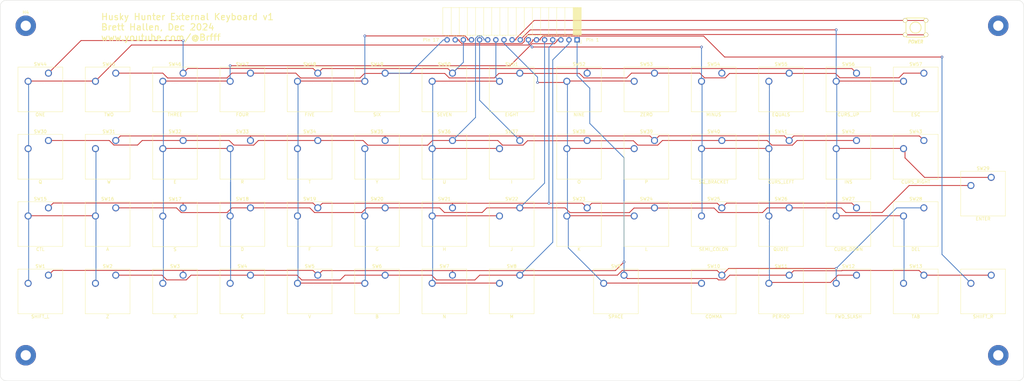
<source format=kicad_pcb>
(kicad_pcb (version 20240108) (generator "pcbnew") (generator_version "8.0")
  (title_block (title "Husky Hunter External Keyboard") (date "27-Dec-2024") (rev "v1") (company "Brett Hallen") (comment 1 "www.youtube.com/@Brfff"))
  (layers (0 "F.Cu" signal) (31 "B.Cu" signal) (34 "B.Paste" user) (35 "F.Paste" user) (36 "B.SilkS" user "B.Silkscreen") (37 "F.SilkS" user "F.Silkscreen") (38 "B.Mask" user) (39 "F.Mask" user) (44 "Edge.Cuts" user))
  (net 0 "")
  (net 1 "Pin9")
  (net 2 "Pin15")
  (net 3 "Pin6")
  (net 4 "Pin10")
  (net 5 "Pin12")
  (net 6 "Pin4")
  (net 7 "Pin17")
  (net 8 "Pin3")
  (net 9 "Pin8")
  (net 10 "Pin7")
  (net 11 "Pin14")
  (net 12 "Pin13")
  (net 13 "Pin2")
  (net 14 "Pin11")
  (net 15 "Pin5")
  (net 16 "Pin1")
  (net 17 "Pin16")
  (footprint "Button_Switch_Keyboard:SW_Cherry_MX_1.00u_PCB" (layer "F.Cu") (at 144.6392 167.5243)
    (property "Reference" "SW5")
    (property "Value" "V")
  )
  (footprint "Button_Switch_Keyboard:SW_Cherry_MX_1.00u_PCB" (layer "F.Cu") (at 291.9892 167.5243)
    (property "Reference" "SW11")
    (property "Value" "PERIOD")
  )
  (footprint "Button_Switch_Keyboard:SW_Cherry_MX_1.00u_PCB" (layer "F.Cu") (at 334.0892 167.5243)
    (property "Reference" "SW13")
    (property "Value" "TAB")
  )
  (footprint "Button_Switch_Keyboard:SW_Cherry_MX_1.00u_PCB" (layer "F.Cu") (at 102.5392 104.3743)
    (property "Reference" "SW46")
    (property "Value" "THREE")
  )
  (footprint "Button_Switch_Keyboard:SW_Cherry_MX_1.00u_PCB" (layer "F.Cu") (at 81.4892 125.4243)
    (property "Reference" "SW31")
    (property "Value" "W")
  )
  (footprint "MountingHole:MountingHole_3.2mm_M3_Pad" (layer "F.Cu") (at 357.3492 89.5543)
    (property "Reference" "H1" (hide yes))
    (property "Value" "MountingHole" (hide yes))
  )
  (footprint "Button_Switch_Keyboard:SW_Cherry_MX_1.00u_PCB" (layer "F.Cu") (at 81.4892 167.5243)
    (property "Reference" "SW2")
    (property "Value" "Z")
  )
  (footprint "Button_Switch_Keyboard:SW_Cherry_MX_1.00u_PCB" (layer "F.Cu") (at 207.7892 146.4743)
    (property "Reference" "SW22")
    (property "Value" "J")
  )
  (footprint "Button_Switch_Keyboard:SW_Cherry_MX_1.00u_PCB" (layer "F.Cu") (at 186.7392 167.5243)
    (property "Reference" "SW7")
    (property "Value" "N")
  )
  (footprint "Button_Switch_Keyboard:SW_Cherry_MX_1.00u_PCB" (layer "F.Cu") (at 270.9392 146.4743)
    (property "Reference" "SW25")
    (property "Value" "SEMI_COLON")
  )
  (footprint "Button_Switch_Keyboard:SW_Cherry_MX_1.00u_PCB" (layer "F.Cu") (at 102.5392 125.4243)
    (property "Reference" "SW32")
    (property "Value" "E")
  )
  (footprint "Button_Switch_Keyboard:SW_Cherry_MX_1.00u_PCB" (layer "F.Cu") (at 81.4892 146.4743)
    (property "Reference" "SW16")
    (property "Value" "A")
  )
  (footprint "Button_Switch_Keyboard:SW_Cherry_MX_1.00u_PCB" (layer "F.Cu") (at 249.8892 104.3743)
    (property "Reference" "SW53")
    (property "Value" "ZERO")
  )
  (footprint "Button_Switch_Keyboard:SW_Cherry_MX_1.00u_PCB" (layer "F.Cu") (at 291.9892 104.3743)
    (property "Reference" "SW55")
    (property "Value" "EQUALS")
  )
  (footprint "Button_Switch_Keyboard:SW_Cherry_MX_1.00u_PCB" (layer "F.Cu") (at 123.5892 167.5243)
    (property "Reference" "SW4")
    (property "Value" "C")
  )
  (footprint "MountingHole:MountingHole_3.2mm_M3_Pad" (layer "F.Cu") (at 357.3492 192.5543)
    (property "Reference" "H2" (hide yes))
    (property "Value" "MountingHole" (hide yes))
  )
  (footprint "Connector_PinSocket_2.54mm:PinSocket_1x17_P2.54mm_Horizontal" (layer "F.Cu") (at 225.6992 93.9543 -90)
    (property "Reference" "J1" (hide yes))
    (property "Value" "Conn_01x17_Socket" (hide yes))
  )
  (footprint "Button_Switch_Keyboard:SW_Cherry_MX_1.00u_PCB" (layer "F.Cu") (at 228.8392 104.3743)
    (property "Reference" "SW52")
    (property "Value" "NINE")
  )
  (footprint "Button_Switch_Keyboard:SW_Cherry_MX_1.00u_PCB" (layer "F.Cu") (at 81.4892 104.3743)
    (property "Reference" "SW45")
    (property "Value" "TWO")
  )
  (footprint "Button_Switch_Keyboard:SW_Cherry_MX_1.00u_PCB" (layer "F.Cu") (at 334.0892 104.3743)
    (property "Reference" "SW57")
    (property "Value" "ESC")
  )
  (footprint "Clueless_Engineer:Switch_Tactile_6mm" (layer "F.Cu") (at 331.4878 90.1326)
    (property "Reference" "SW58" (hide yes))
    (property "Value" "POWER")
  )
  (footprint "Button_Switch_Keyboard:SW_Cherry_MX_1.00u_PCB" (layer "F.Cu") (at 228.8392 125.4243)
    (property "Reference" "SW38")
    (property "Value" "O")
  )
  (footprint "Button_Switch_Keyboard:SW_Cherry_MX_1.00u_PCB" (layer "F.Cu") (at 60.4392 125.4243)
    (property "Reference" "SW30")
    (property "Value" "Q")
  )
  (footprint "Button_Switch_Keyboard:SW_Cherry_MX_1.00u_PCB" (layer "F.Cu") (at 123.5892 146.4743)
    (property "Reference" "SW18")
    (property "Value" "D")
  )
  (footprint "Button_Switch_Keyboard:SW_Cherry_MX_1.00u_PCB" (layer "F.Cu") (at 313.0392 167.5243)
    (property "Reference" "SW12")
    (property "Value" "FWD_SLASH")
  )
  (footprint "Button_Switch_Keyboard:SW_Cherry_MX_1.00u_PCB" (layer "F.Cu") (at 334.0892 125.4243)
    (property "Reference" "SW43")
    (property "Value" "CURS_RIGHT")
  )
  (footprint "Button_Switch_Keyboard:SW_Cherry_MX_1.00u_PCB" (layer "F.Cu") (at 240.3642 167.5243)
    (property "Reference" "SW9")
    (property "Value" "SPACE")
  )
  (footprint "Button_Switch_Keyboard:SW_Cherry_MX_1.00u_PCB" (layer "F.Cu") (at 102.5392 167.5243)
    (property "Reference" "SW3")
    (property "Value" "X")
  )
  (footprint "Button_Switch_Keyboard:SW_Cherry_MX_1.00u_PCB" (layer "F.Cu") (at 355.1392 136.9493)
    (property "Reference" "SW29")
    (property "Value" "ENTER")
  )
  (footprint "Button_Switch_Keyboard:SW_Cherry_MX_1.00u_PCB" (layer "F.Cu") (at 270.9392 104.3743)
    (property "Reference" "SW54")
    (property "Value" "MINUS")
  )
  (footprint "Button_Switch_Keyboard:SW_Cherry_MX_1.00u_PCB" (layer "F.Cu") (at 186.7392 125.4243)
    (property "Reference" "SW36")
    (property "Value" "U")
  )
  (footprint "Button_Switch_Keyboard:SW_Cherry_MX_1.00u_PCB" (layer "F.Cu") (at 165.6892 125.4243)
    (property "Reference" "SW35")
    (property "Value" "Y")
  )
  (footprint "Button_Switch_Keyboard:SW_Cherry_MX_1.00u_PCB" (layer "F.Cu") (at 313.0392 125.4243)
    (property "Reference" "SW42")
    (property "Value" "INS")
  )
  (footprint "Button_Switch_Keyboard:SW_Cherry_MX_1.00u_PCB" (layer "F.Cu") (at 313.0392 146.4743)
    (property "Reference" "SW27")
    (property "Value" "CURS_DOWN")
  )
  (footprint "Button_Switch_Keyboard:SW_Cherry_MX_1.00u_PCB" (layer "F.Cu") (at 60.4392 104.3743)
    (property "Reference" "SW44")
    (property "Value" "ONE")
  )
  (footprint "Button_Switch_Keyboard:SW_Cherry_MX_1.00u_PCB" (layer "F.Cu") (at 355.1392 167.5243)
    (property "Reference" "SW14" (hide yes))
    (property "Value" "SHIIFT_R")
  )
  (footprint "Button_Switch_Keyboard:SW_Cherry_MX_1.00u_PCB" (layer "F.Cu") (at 60.4392 167.5243)
    (property "Reference" "SW1")
    (property "Value" "SHIFT_L")
  )
  (footprint "MountingHole:MountingHole_3.2mm_M3_Pad" (layer "F.Cu") (at 53.3492 192.5543)
    (property "Reference" "H3" (hide yes))
    (property "Value" "MountingHole" (hide yes))
  )
  (footprint "Button_Switch_Keyboard:SW_Cherry_MX_1.00u_PCB" (layer "F.Cu") (at 334.0892 146.4743)
    (property "Reference" "SW28")
    (property "Value" "DEL")
  )
  (footprint "Button_Switch_Keyboard:SW_Cherry_MX_1.00u_PCB" (layer "F.Cu") (at 186.7392 104.3743)
    (property "Reference" "SW50")
    (property "Value" "SEVEN")
  )
  (footprint "MountingHole:MountingHole_3.2mm_M3_Pad" (layer "F.Cu") (at 53.3492 89.5543)
    (property "Reference" "H4")
    (property "Value" "MountingHole" (hide yes))
  )
  (footprint "Button_Switch_Keyboard:SW_Cherry_MX_1.00u_PCB" (layer "F.Cu") (at 186.7392 146.4743)
    (property "Reference" "SW21")
    (property "Value" "H")
  )
  (footprint "Button_Switch_Keyboard:SW_Cherry_MX_1.00u_PCB" (layer "F.Cu") (at 249.8892 146.4743)
    (property "Reference" "SW24")
    (property "Value" "L")
  )
  (footprint "Button_Switch_Keyboard:SW_Cherry_MX_1.00u_PCB" (layer "F.Cu") (at 144.6392 125.4243)
    (property "Reference" "SW34")
    (property "Value" "T")
  )
  (footprint "Button_Switch_Keyboard:SW_Cherry_MX_1.00u_PCB" (layer "F.Cu") (at 291.9892 146.4743)
    (property "Reference" "SW26")
    (property "Value" "QUOTE")
  )
  (footprint "Button_Switch_Keyboard:SW_Cherry_MX_1.00u_PCB" (layer "F.Cu") (at 102.5392 146.5243)
    (property "Reference" "SW17")
    (property "Value" "S")
  )
  (footprint "Button_Switch_Keyboard:SW_Cherry_MX_1.00u_PCB" (layer "F.Cu") (at 165.6892 146.4743)
    (property "Reference" "SW20")
    (property "Value" "G")
  )
  (footprint "Button_Switch_Keyboard:SW_Cherry_MX_1.00u_PCB" (layer "F.Cu") (at 249.8892 125.4243)
    (property "Reference" "SW39")
    (property "Value" "P")
  )
  (footprint "Button_Switch_Keyboard:SW_Cherry_MX_1.00u_PCB" (layer "F.Cu") (at 207.7892 104.3743)
    (property "Reference" "SW51")
    (property "Value" "EIGHT")
  )
  (footprint "Button_Switch_Keyboard:SW_Cherry_MX_1.00u_PCB" (layer "F.Cu") (at 165.6892 167.5243)
    (property "Reference" "SW6")
    (property "Value" "B")
  )
  (footprint "Button_Switch_Keyboard:SW_Cherry_MX_1.00u_PCB" (layer "F.Cu") (at 207.7892 167.5243)
    (property "Reference" "SW8")
    (property "Value" "M")
  )
  (footprint "Button_Switch_Keyboard:SW_Cherry_MX_1.00u_PCB" (layer "F.Cu") (at 123.5892 104.3743)
    (property "Reference" "SW47")
    (property "Value" "FOUR")
  )
  (footprint "Button_Switch_Keyboard:SW_Cherry_MX_1.00u_PCB" (layer "F.Cu") (at 270.9392 125.4243)
    (property "Reference" "SW40")
    (property "Value" "SQ_BRACKET")
  )
  (footprint "Button_Switch_Keyboard:SW_Cherry_MX_1.00u_PCB" (layer "F.Cu") (at 313.0392 104.3743)
    (property "Reference" "SW56")
    (property "Value" "CURS_UP")
  )
  (footprint "Button_Switch_Keyboard:SW_Cherry_MX_1.00u_PCB" (layer "F.Cu") (at 207.7892 125.4243)
    (property "Reference" "SW37")
    (property "Value" "I")
  )
  (footprint "Button_Switch_Keyboard:SW_Cherry_MX_1.00u_PCB" (layer "F.Cu") (at 270.9392 167.5243)
    (property "Reference" "SW10")
    (property "Value" "COMMA")
  )
  (footprint "Button_Switch_Keyboard:SW_Cherry_MX_1.00u_PCB" (layer "F.Cu") (at 165.6892 104.3743)
    (property "Reference" "SW49")
    (property "Value" "SIX")
  )
  (footprint "Button_Switch_Keyboard:SW_Cherry_MX_1.00u_PCB" (layer "F.Cu") (at 144.6392 146.4743)
    (property "Reference" "SW19")
    (property "Value" "F")
  )
  (footprint "Button_Switch_Keyboard:SW_Cherry_MX_1.00u_PCB" (layer "F.Cu") (at 228.8392 146.4743)
    (property "Reference" "SW23")
    (property "Value" "K")
  )
  (footprint "Button_Switch_Keyboard:SW_Cherry_MX_1.00u_PCB" (layer "F.Cu") (at 291.9892 125.4243)
    (property "Reference" "SW41")
    (property "Value" "CURS_LEFT")
  )
  (footprint "Button_Switch_Keyboard:SW_Cherry_MX_1.00u_PCB" (layer "F.Cu") (at 60.4392 146.4743)
    (property "Reference" "SW15")
    (property "Value" "CTL")
  )
  (footprint "Button_Switch_Keyboard:SW_Cherry_MX_1.00u_PCB" (layer "F.Cu") (at 144.6392 104.3743)
    (property "Reference" "SW48")
    (property "Value" "FIVE")
  )
  (footprint "Button_Switch_Keyboard:SW_Cherry_MX_1.00u_PCB" (layer "F.Cu") (at 123.5892 125.4243)
    (property "Reference" "SW33")
    (property "Value" "R")
  )
  (gr_line (start 45.34915 198.5543) (end 45.34915 83.5543) (stroke (width 0.1)) (layer "Edge.Cuts"))
  (gr_arc (start 47.34915 200.5543) (mid 45.934936 199.968514) (end 45.34915 198.5543) (stroke (width 0.1)) (layer "Edge.Cuts"))
  (gr_arc (start 365.34915 198.5543) (mid 364.763364 199.968514) (end 363.34915 200.5543) (stroke (width 0.1)) (layer "Edge.Cuts"))
  (gr_arc (start 45.34915 83.5543) (mid 45.934936 82.140086) (end 47.34915 81.5543) (stroke (width 0.1)) (layer "Edge.Cuts"))
  (gr_line (start 363.34915 200.5543) (end 47.34915 200.5543) (stroke (width 0.1)) (layer "Edge.Cuts"))
  (gr_line (start 47.34915 81.5543) (end 363.34915 81.5543) (stroke (width 0.1)) (layer "Edge.Cuts"))
  (gr_arc (start 363.34915 81.5543) (mid 364.763364 82.140086) (end 365.34915 83.5543) (stroke (width 0.1)) (layer "Edge.Cuts"))
  (gr_line (start 365.34915 83.5543) (end 365.34915 198.5543) (stroke (width 0.1)) (layer "Edge.Cuts"))
  (gr_text "Husky Hunter External Keyboard v1\nBrett Hallen, Dec 2024\nwww.youtube.com/@Brfff" (at 76.739 94.383 0) (layer "F.SilkS") (effects (font (size 2 2) (thickness 0.3)) (justify left bottom)))
  (gr_text "Pin 1" (at 228.34915 94.5543 0) (layer "F.SilkS") (effects (font (size 1 1)) (justify left bottom)))
  (gr_text "Pin 17" (at 177.34915 94.5543 0) (layer "F.SilkS") (effects (font (size 1 1)) (justify left bottom)))
  (segment (start 334.739 87.8822) (end 328.2366 87.8822) (width 0.25) (layer "F.Cu") (net 1))
  (segment (start 206.5559 93.5866) (end 206.5559 93.9543) (width 0.25) (layer "F.Cu") (net 1))
  (segment (start 212.2603 87.8822) (end 206.5559 93.5866) (width 0.25) (layer "F.Cu") (net 1))
  (segment (start 205.3792 93.9543) (end 206.5559 93.9543) (width 0.25) (layer "F.Cu") (net 1))
  (segment (start 328.2366 87.8822) (end 212.2603 87.8822) (width 0.25) (layer "F.Cu") (net 1))
  (segment (start 102.5392 104.3743) (end 104.0166 102.8969) (width 0.25) (layer "F.Cu") (net 2))
  (segment (start 270.9392 102.9476) (end 270.9392 104.3743) (width 0.25) (layer "F.Cu") (net 2))
  (segment (start 228.8392 102.9476) (end 188.1659 102.9476) (width 0.25) (layer "F.Cu") (net 2))
  (segment (start 188.1659 102.9476) (end 186.7392 104.3743) (width 0.25) (layer "F.Cu") (net 2))
  (segment (start 311.6125 102.9476) (end 270.9392 102.9476) (width 0.25) (layer "F.Cu") (net 2))
  (segment (start 70.6244 94.1891) (end 102.5392 94.1891) (width 0.25) (layer "F.Cu") (net 2))
  (segment (start 146.0659 102.9476) (end 185.3125 102.9476) (width 0.25) (layer "F.Cu") (net 2))
  (segment (start 313.0392 104.3743) (end 311.6125 102.9476) (width 0.25) (layer "F.Cu") (net 2))
  (segment (start 104.0166 102.8969) (end 143.1618 102.8969) (width 0.25) (layer "F.Cu") (net 2))
  (segment (start 143.1618 102.8969) (end 144.6392 104.3743) (width 0.25) (layer "F.Cu") (net 2))
  (segment (start 144.6392 104.3743) (end 146.0659 102.9476) (width 0.25) (layer "F.Cu") (net 2))
  (segment (start 228.8392 102.9476) (end 228.8392 104.3743) (width 0.25) (layer "F.Cu") (net 2))
  (segment (start 60.4392 104.3743) (end 70.6244 94.1891) (width 0.25) (layer "F.Cu") (net 2))
  (segment (start 270.9392 102.9476) (end 228.8392 102.9476) (width 0.25) (layer "F.Cu") (net 2))
  (segment (start 185.3125 102.9476) (end 186.7392 104.3743) (width 0.25) (layer "F.Cu") (net 2))
  (via (at 102.5392 94.1891) (size 0.8) (drill 0.4) (layers "F.Cu" "B.Cu") (net 2))
  (segment (start 190.1392 93.9543) (end 190.1392 100.9743) (width 0.25) (layer "B.Cu") (net 2))
  (segment (start 190.1392 100.9743) (end 186.7392 104.3743) (width 0.25) (layer "B.Cu") (net 2))
  (segment (start 102.5392 104.3743) (end 102.5392 94.1891) (width 0.25) (layer "B.Cu") (net 2))
  (segment (start 212.4109 93.9543) (end 211.8225 93.9543) (width 0.25) (layer "F.Cu") (net 3))
  (segment (start 214.1759 93.6153) (end 215.0143 92.7769) (width 0.25) (layer "F.Cu") (net 3))
  (segment (start 214.1759 93.9543) (end 214.1759 93.6153) (width 0.25) (layer "F.Cu") (net 3))
  (segment (start 271.8135 99.3323) (end 339.7552 99.3323) (width 0.25) (layer "F.Cu") (net 3))
  (segment (start 86.4054 95.5827) (end 75.1392 106.8489) (width 0.25) (layer "F.Cu") (net 3))
  (segment (start 211.8225 93.9543) (end 211.8225 94.3203) (width 0.25) (layer "F.Cu") (net 3))
  (segment (start 54.1589 148.9446) (end 75.0695 148.9446) (width 0.25) (layer "F.Cu") (net 3))
  (segment (start 210.5601 95.5827) (end 86.4054 95.5827) (width 0.25) (layer "F.Cu") (net 3))
  (segment (start 54.1546 106.8489) (end 54.0892 106.9143) (width 0.25) (layer "F.Cu") (net 3))
  (segment (start 54.0892 149.0143) (end 54.1589 148.9446) (width 0.25) (layer "F.Cu") (net 3))
  (segment (start 265.2581 92.7769) (end 271.8135 99.3323) (width 0.25) (layer "F.Cu") (net 3))
  (segment (start 215.0143 92.7769) (end 265.2581 92.7769) (width 0.25) (layer "F.Cu") (net 3))
  (segment (start 75.1392 106.9143) (end 75.1392 106.8489) (width 0.25) (layer "F.Cu") (net 3))
  (segment (start 212.9992 93.9543) (end 214.1759 93.9543) (width 0.25) (layer "F.Cu") (net 3))
  (segment (start 75.0695 148.9446) (end 75.1392 149.0143) (width 0.25) (layer "F.Cu") (net 3))
  (segment (start 212.4109 93.9543) (end 212.9992 93.9543) (width 0.25) (layer "F.Cu") (net 3))
  (segment (start 211.8225 94.3203) (end 210.5601 95.5827) (width 0.25) (layer "F.Cu") (net 3))
  (segment (start 75.1392 106.8489) (end 54.1546 106.8489) (width 0.25) (layer "F.Cu") (net 3))
  (via (at 339.7552 99.3323) (size 0.8) (drill 0.4) (layers "F.Cu" "B.Cu") (net 3))
  (segment (start 54.2605 149.1856) (end 54.0892 149.0143) (width 0.25) (layer "B.Cu") (net 3))
  (segment (start 75.2959 148.8576) (end 75.1392 149.0143) (width 0.25) (layer "B.Cu") (net 3))
  (segment (start 54.2605 128.1356) (end 54.0892 127.9643) (width 0.25) (layer "B.Cu") (net 3))
  (segment (start 54.2605 148.843) (end 54.2605 128.1356) (width 0.25) (layer "B.Cu") (net 3))
  (segment (start 54.2605 169.893) (end 54.2605 149.1856) (width 0.25) (layer "B.Cu") (net 3))
  (segment (start 75.2959 128.121) (end 75.2959 148.8576) (width 0.25) (layer "B.Cu") (net 3))
  (segment (start 54.0892 170.0643) (end 54.2605 169.893) (width 0.25) (layer "B.Cu") (net 3))
  (segment (start 54.2459 107.071) (end 54.2459 127.8076) (width 0.25) (layer "B.Cu") (net 3))
  (segment (start 75.2959 149.171) (end 75.2959 169.9076) (width 0.25) (layer "B.Cu") (net 3))
  (segment (start 339.7552 161.0303) (end 348.7892 170.0643) (width 0.25) (layer "B.Cu") (net 3))
  (segment (start 75.1392 127.9643) (end 75.2959 128.121) (width 0.25) (layer "B.Cu") (net 3))
  (segment (start 339.7552 99.3323) (end 339.7552 161.0303) (width 0.25) (layer "B.Cu") (net 3))
  (segment (start 75.1392 149.0143) (end 75.2959 149.171) (width 0.25) (layer "B.Cu") (net 3))
  (segment (start 54.0892 106.9143) (end 54.2459 107.071) (width 0.25) (layer "B.Cu") (net 3))
  (segment (start 54.2459 127.8076) (end 54.0892 127.9643) (width 0.25) (layer "B.Cu") (net 3))
  (segment (start 54.0892 149.0143) (end 54.2605 148.843) (width 0.25) (layer "B.Cu") (net 3))
  (segment (start 75.2959 169.9076) (end 75.1392 170.0643) (width 0.25) (layer "B.Cu") (net 3))
  (segment (start 222.5596 148.9439) (end 222.4892 149.0143) (width 0.25) (layer "F.Cu") (net 4))
  (segment (start 222.5596 127.8939) (end 222.4892 127.9643) (width 0.25) (layer "F.Cu") (net 4))
  (segment (start 222.4892 106.9143) (end 222.5832 106.8203) (width 0.25) (layer "F.Cu") (net 4))
  (segment (start 243.5392 127.9643) (end 243.4688 127.8939) (width 0.25) (layer "F.Cu") (net 4))
  (segment (start 243.4688 127.8939) (end 222.5596 127.8939) (width 0.25) (layer "F.Cu") (net 4))
  (segment (start 222.5832 106.8203) (end 243.4452 106.8203) (width 0.25) (layer "F.Cu") (net 4))
  (segment (start 234.0846 169.9939) (end 234.0142 170.0643) (width 0.25) (layer "F.Cu") (net 4))
  (segment (start 243.4452 106.8203) (end 243.5392 106.9143) (width 0.25) (layer "F.Cu") (net 4))
  (segment (start 243.4688 148.9439) (end 222.5596 148.9439) (width 0.25) (layer "F.Cu") (net 4))
  (segment (start 222.1244 107.2791) (end 222.4892 106.9143) (width 0.25) (layer "F.Cu") (net 4))
  (segment (start 264.5188 169.9939) (end 234.0846 169.9939) (width 0.25) (layer "F.Cu") (net 4))
  (segment (start 243.5392 149.0143) (end 243.4688 148.9439) (width 0.25) (layer "F.Cu") (net 4))
  (segment (start 213.3309 107.2791) (end 222.1244 107.2791) (width 0.25) (layer "F.Cu") (net 4))
  (segment (start 264.5892 170.0643) (end 264.5188 169.9939) (width 0.25) (layer "F.Cu") (net 4))
  (via (at 213.3309 107.2791) (size 0.8) (drill 0.4) (layers "F.Cu" "B.Cu") (net 4))
  (segment (start 222.6605 148.843) (end 222.6605 128.1356) (width 0.25) (layer "B.Cu") (net 4))
  (segment (start 202.8392 95.131) (end 213.3309 105.6227) (width 0.25) (layer "B.Cu") (net 4))
  (segment (start 234.0142 170.0643) (end 222.9461 158.9962) (width 0.25) (layer "B.Cu") (net 4))
  (segment (start 222.4892 106.9143) (end 222.6605 107.0856) (width 0.25) (layer "B.Cu") (net 4))
  (segment (start 222.6605 128.1356) (end 222.4892 127.9643) (width 0.25) (layer "B.Cu") (net 4))
  (segment (start 222.4892 149.0143) (end 222.6605 148.843) (width 0.25) (layer "B.Cu") (net 4))
  (segment (start 213.3309 105.6227) (end 213.3309 107.2791) (width 0.25) (layer "B.Cu") (net 4))
  (segment (start 222.6605 127.793) (end 222.4892 127.9643) (width 0.25) (layer "B.Cu") (net 4))
  (segment (start 222.9461 158.9962) (end 222.9461 149.4712) (width 0.25) (layer "B.Cu") (net 4))
  (segment (start 202.8392 93.9543) (end 202.8392 95.131) (width 0.25) (layer "B.Cu") (net 4))
  (segment (start 222.9461 149.4712) (end 222.4892 149.0143) (width 0.25) (layer "B.Cu") (net 4))
  (segment (start 222.6605 107.0856) (end 222.6605 127.793) (width 0.25) (layer "B.Cu") (net 4))
  (segment (start 285.117 125.4243) (end 270.9392 125.4243) (width 0.25) (layer "F.Cu") (net 5))
  (segment (start 160.2957 126.903) (end 158.817 125.4243) (width 0.25) (layer "F.Cu") (net 5))
  (segment (start 80.8982 126.851) (end 88.3173 126.851) (width 0.25) (layer "F.Cu") (net 5))
  (segment (start 158.817 125.4243) (end 144.6392 125.4243) (width 0.25) (layer "F.Cu") (net 5))
  (segment (start 118.4219 126.8867) (end 116.9595 125.4243) (width 0.25) (layer "F.Cu") (net 5))
  (segment (start 126.0588 125.4243) (end 124.5964 126.8867) (width 0.25) (layer "F.Cu") (net 5))
  (segment (start 178.9846 126.903) (end 160.2957 126.903) (width 0.25) (layer "F.Cu") (net 5))
  (segment (start 210.1897 125.4934) (end 208.7964 126.8867) (width 0.25) (layer "F.Cu") (net 5))
  (segment (start 243.2916 125.4934) (end 228.8392 125.4934) (width 0.25) (layer "F.Cu") (net 5))
  (segment (start 116.9595 125.4243) (end 102.5392 125.4243) (width 0.25) (layer "F.Cu") (net 5))
  (segment (start 144.6392 125.4243) (end 126.0588 125.4243) (width 0.25) (layer "F.Cu") (net 5))
  (segment (start 208.7964 126.8867) (end 202.3794 126.8867) (width 0.25) (layer "F.Cu") (net 5))
  (segment (start 250.8964 126.8867) (end 244.6849 126.8867) (width 0.25) (layer "F.Cu") (net 5))
  (segment (start 88.3173 126.851) (end 89.744 125.4243) (width 0.25) (layer "F.Cu") (net 5))
  (segment (start 270.9392 125.4243) (end 252.3588 125.4243) (width 0.25) (layer "F.Cu") (net 5))
  (segment (start 228.8392 125.4934) (end 210.1897 125.4934) (width 0.25) (layer "F.Cu") (net 5))
  (segment (start 313.0392 125.4243) (end 294.4588 125.4243) (width 0.25) (layer "F.Cu") (net 5))
  (segment (start 89.744 125.4243) (end 102.5392 125.4243) (width 0.25) (layer "F.Cu") (net 5))
  (segment (start 200.917 125.4243) (end 186.7392 125.4243) (width 0.25) (layer "F.Cu") (net 5))
  (segment (start 286.5794 126.8867) (end 285.117 125.4243) (width 0.25) (layer "F.Cu") (net 5))
  (segment (start 228.8392 125.4243) (end 228.8392 125.4934) (width 0.25) (layer "F.Cu") (net 5))
  (segment (start 252.3588 125.4243) (end 250.8964 126.8867) (width 0.25) (layer "F.Cu") (net 5))
  (segment (start 244.6849 126.8867) (end 243.2916 125.4934) (width 0.25) (layer "F.Cu") (net 5))
  (segment (start 292.9964 126.8867) (end 286.5794 126.8867) (width 0.25) (layer "F.Cu") (net 5))
  (segment (start 180.4633 125.4243) (end 178.9846 126.903) (width 0.25) (layer "F.Cu") (net 5))
  (segment (start 124.5964 126.8867) (end 118.4219 126.8867) (width 0.25) (layer "F.Cu") (net 5))
  (segment (start 202.3794 126.8867) (end 200.917 125.4243) (width 0.25) (layer "F.Cu") (net 5))
  (segment (start 60.4392 125.4243) (end 79.4715 125.4243) (width 0.25) (layer "F.Cu") (net 5))
  (segment (start 294.4588 125.4243) (end 292.9964 126.8867) (width 0.25) (layer "F.Cu") (net 5))
  (segment (start 186.7392 125.4243) (end 180.4633 125.4243) (width 0.25) (layer "F.Cu") (net 5))
  (segment (start 79.4715 125.4243) (end 80.8982 126.851) (width 0.25) (layer "F.Cu") (net 5))
  (segment (start 197.7592 93.9543) (end 196.5825 93.9543) (width 0.25) (layer "B.Cu") (net 5))
  (segment (start 194.7195 92.7287) (end 193.9492 93.499) (width 0.25) (layer "B.Cu") (net 5))
  (segment (start 196.5825 93.9543) (end 196.5825 93.5866) (width 0.25) (layer "B.Cu") (net 5))
  (segment (start 196.5825 93.5866) (end 195.7246 92.7287) (width 0.25) (layer "B.Cu") (net 5))
  (segment (start 193.9492 118.2143) (end 186.7392 125.4243) (width 0.25) (layer "B.Cu") (net 5))
  (segment (start 195.7246 92.7287) (end 194.7195 92.7287) (width 0.25) (layer "B.Cu") (net 5))
  (segment (start 193.9492 93.499) (end 193.9492 118.2143) (width 0.25) (layer "B.Cu") (net 5))
  (segment (start 311.5722 145.0073) (end 272.4062 145.0073) (width 0.25) (layer "F.Cu") (net 6))
  (segment (start 272.4062 145.0073) (end 270.9392 146.4743) (width 0.25) (layer "F.Cu") (net 6))
  (segment (start 186.7392 145.0476) (end 186.7392 146.4743) (width 0.25) (layer "F.Cu") (net 6))
  (segment (start 228.8392 146.4743) (end 227.4126 145.0477) (width 0.25) (layer "F.Cu") (net 6))
  (segment (start 313.0392 146.4743) (end 311.5722 145.0073) (width 0.25) (layer "F.Cu") (net 6))
  (segment (start 216.8885 145.0476) (end 186.7392 145.0476) (width 0.25) (layer "F.Cu") (net 6))
  (segment (start 269.5125 145.0476) (end 270.9392 146.4743) (width 0.25) (layer "F.Cu") (net 6))
  (segment (start 228.8392 146.4743) (end 230.2659 145.0476) (width 0.25) (layer "F.Cu") (net 6))
  (segment (start 216.8885 145.0477) (end 216.8885 145.0476) (width 0.25) (layer "F.Cu") (net 6))
  (segment (start 143.1391 144.9742) (end 144.6392 146.4743) (width 0.25) (layer "F.Cu") (net 6))
  (segment (start 61.9393 144.9742) (end 102.5392 144.9742) (width 0.25) (layer "F.Cu") (net 6))
  (segment (start 227.4126 145.0477) (end 216.8885 145.0477) (width 0.25) (layer "F.Cu") (net 6))
  (segment (start 146.0659 145.0476) (end 186.7392 145.0476) (width 0.25) (layer "F.Cu") (net 6))
  (segment (start 60.4392 146.4743) (end 61.9393 144.9742) (width 0.25) (layer "F.Cu") (net 6))
  (segment (start 102.5392 144.9742) (end 102.5392 146.5243) (width 0.25) (layer "F.Cu") (net 6))
  (segment (start 230.2659 145.0476) (end 269.5125 145.0476) (width 0.25) (layer "F.Cu") (net 6))
  (segment (start 102.5392 144.9742) (end 143.1391 144.9742) (width 0.25) (layer "F.Cu") (net 6))
  (segment (start 144.6392 146.4743) (end 146.0659 145.0476) (width 0.25) (layer "F.Cu") (net 6))
  (via (at 216.8885 145.0476) (size 0.8) (drill 0.4) (layers "F.Cu" "B.Cu") (net 6))
  (segment (start 218.0792 93.9543) (end 218.0792 95.131) (width 0.25) (layer "B.Cu") (net 6))
  (segment (start 216.8885 96.3217) (end 216.8885 145.0476) (width 0.25) (layer "B.Cu") (net 6))
  (segment (start 218.0792 95.131) (end 216.8885 96.3217) (width 0.25) (layer "B.Cu") (net 6))
  (segment (start 327.7392 104.3743) (end 326.3084 105.8051) (width 0.25) (layer "F.Cu") (net 7))
  (segment (start 264.067 104.3743) (end 249.8892 104.3743) (width 0.25) (layer "F.Cu") (net 7))
  (segment (start 207.7892 104.4443) (end 201.2343 104.4443) (width 0.25) (layer "F.Cu") (net 7))
  (segment (start 81.4892 104.3743) (end 96.1892 104.3743) (width 0.25) (layer "F.Cu") (net 7))
  (segment (start 184.3087 104.4434) (end 165.6892 104.4434) (width 0.25) (layer "F.Cu") (net 7))
  (segment (start 96.1892 104.3743) (end 97.6886 105.8737) (width 0.25) (layer "F.Cu") (net 7))
  (segment (start 265.5294 105.8367) (end 264.067 104.3743) (width 0.25) (layer "F.Cu") (net 7))
  (segment (start 241.2082 105.8476) (end 242.6815 104.3743) (width 0.25) (layer "F.Cu") (net 7))
  (segment (start 159.2701 104.4434) (end 157.8411 105.8724) (width 0.25) (layer "F.Cu") (net 7))
  (segment (start 165.6892 104.4434) (end 159.2701 104.4434) (width 0.25) (layer "F.Cu") (net 7))
  (segment (start 117.7615 104.3743) (end 123.5892 104.3743) (width 0.25) (layer "F.Cu") (net 7))
  (segment (start 242.6815 104.3743) (end 249.8892 104.3743) (width 0.25) (layer "F.Cu") (net 7))
  (segment (start 307.8033 105.8051) (end 306.4416 104.4434) (width 0.25) (layer "F.Cu") (net 7))
  (segment (start 207.7892 104.4443) (end 226.4096 104.4443) (width 0.25) (layer "F.Cu") (net 7))
  (segment (start 271.9464 105.8367) (end 265.5294 105.8367) (width 0.25) (layer "F.Cu") (net 7))
  (segment (start 326.3084 105.8051) (end 307.8033 105.8051) (width 0.25) (layer "F.Cu") (net 7))
  (segment (start 185.7115 105.8462) (end 184.3087 104.4434) (width 0.25) (layer "F.Cu") (net 7))
  (segment (start 137.767 104.3743) (end 123.5892 104.3743) (width 0.25) (layer "F.Cu") (net 7))
  (segment (start 116.2621 105.8737) (end 117.7615 104.3743) (width 0.25) (layer "F.Cu") (net 7))
  (segment (start 199.8324 105.8462) (end 185.7115 105.8462) (width 0.25) (layer "F.Cu") (net 7))
  (segment (start 226.4096 104.4443) (end 227.8129 105.8476) (width 0.25) (layer "F.Cu") (net 7))
  (segment (start 291.9892 104.3743) (end 291.9892 104.4434) (width 0.25) (layer "F.Cu") (net 7))
  (segment (start 201.2343 104.4443) (end 199.8324 105.8462) (width 0.25) (layer "F.Cu") (net 7))
  (segment (start 291.9892 104.4434) (end 273.3397 104.4434) (width 0.25) (layer "F.Cu") (net 7))
  (segment (start 157.8411 105.8724) (end 139.2651 105.8724) (width 0.25) (layer "F.Cu") (net 7))
  (segment (start 334.0892 104.3743) (end 327.7392 104.3743) (width 0.25) (layer "F.Cu") (net 7))
  (segment (start 139.2651 105.8724) (end 137.767 104.3743) (width 0.25) (layer "F.Cu") (net 7))
  (segment (start 306.4416 104.4434) (end 291.9892 104.4434) (width 0.25) (layer "F.Cu") (net 7))
  (segment (start 165.6892 104.3743) (end 165.6892 104.4434) (width 0.25) (layer "F.Cu") (net 7))
  (segment (start 97.6886 105.8737) (end 116.2621 105.8737) (width 0.25) (layer "F.Cu") (net 7))
  (segment (start 227.8129 105.8476) (end 241.2082 105.8476) (width 0.25) (layer "F.Cu") (net 7))
  (segment (start 273.3397 104.4434) (end 271.9464 105.8367) (width 0.25) (layer "F.Cu") (net 7))
  (segment (start 207.7892 104.3743) (end 207.7892 104.4443) (width 0.25) (layer "F.Cu") (net 7))
  (segment (start 173.4625 104.3743) (end 165.6892 104.3743) (width 0.25) (layer "B.Cu") (net 7))
  (segment (start 183.8825 93.9543) (end 173.4625 104.3743) (width 0.25) (layer "B.Cu") (net 7))
  (segment (start 185.0592 93.9543) (end 183.8825 93.9543) (width 0.25) (layer "B.Cu") (net 7))
  (segment (start 219.4425 93.9543) (end 219.4425 94.322) (width 0.25) (layer "F.Cu") (net 8))
  (segment (start 211.6135 95.1681) (end 204.7362 102.0454) (width 0.25) (layer "F.Cu") (net 8))
  (segment (start 220.6192 93.9543) (end 219.4425 93.9543) (width 0.25) (layer "F.Cu") (net 8))
  (segment (start 117.1688 127.8939) (end 96.2596 127.8939) (width 0.25) (layer "F.Cu") (net 8))
  (segment (start 96.1892 106.9143) (end 96.2546 106.8489) (width 0.25) (layer "F.Cu") (net 8))
  (segment (start 117.1738 106.8489) (end 117.2392 106.9143) (width 0.25) (layer "F.Cu") (net 8))
  (segment (start 96.2546 106.8489) (end 117.1738 106.8489) (width 0.25) (layer "F.Cu") (net 8))
  (segment (start 218.5964 95.1681) (end 211.6135 95.1681) (width 0.25) (layer "F.Cu") (net 8))
  (segment (start 117.2392 127.9643) (end 117.1688 127.8939) (width 0.25) (layer "F.Cu") (net 8))
  (segment (start 204.7362 102.0454) (end 117.2392 102.0454) (width 0.25) (layer "F.Cu") (net 8))
  (segment (start 96.2596 127.8939) (end 96.1892 127.9643) (width 0.25) (layer "F.Cu") (net 8))
  (segment (start 219.4425 94.322) (end 218.5964 95.1681) (width 0.25) (layer "F.Cu") (net 8))
  (via (at 117.2392 102.0454) (size 0.8) (drill 0.4) (layers "F.Cu" "B.Cu") (net 8))
  (segment (start 96.3605 127.793) (end 96.3605 107.0856) (width 0.25) (layer "B.Cu") (net 8))
  (segment (start 96.3605 148.893) (end 96.3605 128.1356) (width 0.25) (layer "B.Cu") (net 8))
  (segment (start 117.3959 138.4893) (end 117.3959 148.8576) (width 0.25) (layer "B.Cu") (net 8))
  (segment (start 117.3959 138.4893) (end 117.3959 169.9076) (width 0.25) (layer "B.Cu") (net 8))
  (segment (start 96.3605 169.893) (end 96.3605 149.2356) (width 0.25) (layer "B.Cu") (net 8))
  (segment (start 96.1892 149.0643) (end 96.3605 148.893) (width 0.25) (layer "B.Cu") (net 8))
  (segment (start 96.3605 149.2356) (end 96.1892 149.0643) (width 0.25) (layer "B.Cu") (net 8))
  (segment (start 117.3959 169.9076) (end 117.2392 170.0643) (width 0.25) (layer "B.Cu") (net 8))
  (segment (start 96.1892 170.0643) (end 96.3605 169.893) (width 0.25) (layer "B.Cu") (net 8))
  (segment (start 117.2392 127.9643) (end 117.3959 128.121) (width 0.25) (layer "B.Cu") (net 8))
  (segment (start 96.3605 128.1356) (end 96.1892 127.9643) (width 0.25) (layer "B.Cu") (net 8))
  (segment (start 117.3959 128.121) (end 117.3959 138.4893) (width 0.25) (layer "B.Cu") (net 8))
  (segment (start 117.3959 148.8576) (end 117.2392 149.0143) (width 0.25) (layer "B.Cu") (net 8))
  (segment (start 117.2392 106.9143) (end 117.2392 102.0454) (width 0.25) (layer "B.Cu") (net 8))
  (segment (start 96.1892 127.9643) (end 96.3605 127.793) (width 0.25) (layer "B.Cu") (net 8))
  (segment (start 96.3605 107.0856) (end 96.1892 106.9143) (width 0.25) (layer "B.Cu") (net 8))
  (segment (start 306.6892 106.9143) (end 306.7592 106.8443) (width 0.25) (layer "F.Cu") (net 9))
  (segment (start 211.0451 90.8284) (end 306.6892 90.8284) (width 0.25) (layer "F.Cu") (net 9))
  (segment (start 327.6688 127.8939) (end 306.7596 127.8939) (width 0.25) (layer "F.Cu") (net 9))
  (segment (start 327.7392 127.9643) (end 327.6688 127.8939) (width 0.25) (layer "F.Cu") (net 9))
  (segment (start 355.1392 136.9493) (end 334.2939 136.9493) (width 0.25) (layer "F.Cu") (net 9))
  (segment (start 306.7592 148.9443) (end 327.6692 148.9443) (width 0.25) (layer "F.Cu") (net 9))
  (segment (start 306.6892 149.0143) (end 306.7592 148.9443) (width 0.25) (layer "F.Cu") (net 9))
  (segment (start 334.2939 136.9493) (end 328.1961 130.8515) (width 0.25) (layer "F.Cu") (net 9))
  (segment (start 328.1961 130.8515) (end 328.1961 128.4212) (width 0.25) (layer "F.Cu") (net 9))
  (segment (start 306.7592 106.8443) (end 327.6692 106.8443) (width 0.25) (layer "F.Cu") (net 9))
  (segment (start 328.1961 128.4212) (end 327.7392 127.9643) (width 0.25) (layer "F.Cu") (net 9))
  (segment (start 327.6692 106.8443) (end 327.7392 106.9143) (width 0.25) (layer "F.Cu") (net 9))
  (segment (start 327.6692 148.9443) (end 327.7392 149.0143) (width 0.25) (layer "F.Cu") (net 9))
  (segment (start 207.9192 93.9543) (end 211.0451 90.8284) (width 0.25) (layer "F.Cu") (net 9))
  (segment (start 306.7596 127.8939) (end 306.6892 127.9643) (width 0.25) (layer "F.Cu") (net 9))
  (via (at 306.6892 90.8284) (size 0.8) (drill 0.4) (layers "F.Cu" "B.Cu") (net 9))
  (segment (start 327.7392 149.0143) (end 327.8959 149.171) (width 0.25) (layer "B.Cu") (net 9))
  (segment (start 306.8459 128.121) (end 306.6892 127.9643) (width 0.25) (layer "B.Cu") (net 9))
  (segment (start 306.8605 127.793) (end 306.6892 127.9643) (width 0.25) (layer "B.Cu") (net 9))
  (segment (start 306.6892 149.0143) (end 306.8459 148.8576) (width 0.25) (layer "B.Cu") (net 9))
  (segment (start 306.6892 106.9143) (end 306.6892 90.8284) (width 0.25) (layer "B.Cu") (net 9))
  (segment (start 306.6892 106.9143) (end 306.8605 107.0856) (width 0.25) (layer "B.Cu") (net 9))
  (segment (start 306.8605 107.0856) (end 306.8605 127.793) (width 0.25) (layer "B.Cu") (net 9))
  (segment (start 327.8959 149.171) (end 327.8959 169.9076) (width 0.25) (layer "B.Cu") (net 9))
  (segment (start 306.8459 148.8576) (end 306.8459 128.121) (width 0.25) (layer "B.Cu") (net 9))
  (segment (start 327.8959 169.9076) (end 327.7392 170.0643) (width 0.25) (layer "B.Cu") (net 9))
  (segment (start 285.6392 170.0643) (end 285.9216 169.7819) (width 0.25) (layer "F.Cu") (net 10))
  (segment (start 304.9488 169.7819) (end 307.2064 167.5243) (width 0.25) (layer "F.Cu") (net 10))
  (segment (start 264.6676 127.8859) (end 285.5608 127.8859) (width 0.25) (layer "F.Cu") (net 10))
  (segment (start 307.2064 167.5243) (end 313.0392 167.5243) (width 0.25) (layer "F.Cu") (net 10))
  (segment (start 285.9216 169.7819) (end 304.9488 169.7819) (width 0.25) (layer "F.Cu") (net 10))
  (segment (start 264.5892 96.1938) (end 211.6157 96.1938) (width 0.25) (layer "F.Cu") (net 10))
  (segment (start 264.5892 127.9643) (end 264.6676 127.8859) (width 0.25) (layer "F.Cu") (net 10))
  (segment (start 285.5608 127.8859) (end 285.6392 127.9643) (width 0.25) (layer "F.Cu") (net 10))
  (via (at 211.6157 96.1938) (size 0.8) (drill 0.4) (layers "F.Cu" "B.Cu") (net 10))
  (via (at 264.5892 96.1938) (size 0.8) (drill 0.4) (layers "F.Cu" "B.Cu") (net 10))
  (segment (start 285.7959 138.4893) (end 285.7959 148.8576) (width 0.25) (layer "B.Cu") (net 10))
  (segment (start 264.7459 148.8576) (end 264.5892 149.0143) (width 0.25) (layer "B.Cu") (net 10))
  (segment (start 264.7459 128.121) (end 264.7459 148.8576) (width 0.25) (layer "B.Cu") (net 10))
  (segment (start 285.6392 127.9643) (end 285.7959 128.121) (width 0.25) (layer "B.Cu") (net 10))
  (segment (start 264.5892 106.9143) (end 264.5892 96.1938) (width 0.25) (layer "B.Cu") (net 10))
  (segment (start 285.7959 169.9076) (end 285.6392 170.0643) (width 0.25) (layer "B.Cu") (net 10))
  (segment (start 210.4592 93.9543) (end 210.4592 95.131) (width 0.25) (layer "B.Cu") (net 10))
  (segment (start 285.7959 107.071) (end 285.7959 127.8076) (width 0.25) (layer "B.Cu") (net 10))
  (segment (start 285.7959 138.4893) (end 285.7959 169.9076) (width 0.25) (layer "B.Cu") (net 10))
  (segment (start 210.4592 95.131) (end 210.5529 95.131) (width 0.25) (layer "B.Cu") (net 10))
  (segment (start 285.7959 128.121) (end 285.7959 138.4893) (width 0.25) (layer "B.Cu") (net 10))
  (segment (start 285.7959 127.8076) (end 285.6392 127.9643) (width 0.25) (layer "B.Cu") (net 10))
  (segment (start 285.7959 148.8576) (end 285.6392 149.0143) (width 0.25) (layer "B.Cu") (net 10))
  (segment (start 264.5892 127.9643) (end 264.7459 128.121) (width 0.25) (layer "B.Cu") (net 10))
  (segment (start 210.5529 95.131) (end 211.6157 96.1938) (width 0.25) (layer "B.Cu") (net 10))
  (segment (start 264.7605 107.0856) (end 264.7605 127.793) (width 0.25) (layer "B.Cu") (net 10))
  (segment (start 264.7605 127.793) (end 264.5892 127.9643) (width 0.25) (layer "B.Cu") (net 10))
  (segment (start 264.5892 106.9143) (end 264.7605 107.0856) (width 0.25) (layer "B.Cu") (net 10))
  (segment (start 285.6392 106.9143) (end 285.7959 107.071) (width 0.25) (layer "B.Cu") (net 10))
  (segment (start 159.2688 106.8439) (end 138.3596 106.8439) (width 0.25) (layer "F.Cu") (net 11))
  (segment (start 190.6449 92.729) (end 159.3392 92.729) (width 0.25) (layer "F.Cu") (net 11))
  (segment (start 159.2688 169.9939) (end 138.3596 169.9939) (width 0.25) (layer "F.Cu") (net 11))
  (segment (start 191.5025 93.5866) (end 190.6449 92.729) (width 0.25) (layer "F.Cu") (net 11))
  (segment (start 138.3596 169.9939) (end 138.2892 170.0643) (width 0.25) (layer "F.Cu") (net 11))
  (segment (start 159.3392 106.9143) (end 159.2688 106.8439) (width 0.25) (layer "F.Cu") (net 11))
  (segment (start 192.6792 93.9543) (end 191.5025 93.9543) (width 0.25) (layer "F.Cu") (net 11))
  (segment (start 159.3392 170.0643) (end 159.2688 169.9939) (width 0.25) (layer "F.Cu") (net 11))
  (segment (start 191.5025 93.9543) (end 191.5025 93.5866) (width 0.25) (layer "F.Cu") (net 11))
  (segment (start 138.3596 106.8439) (end 138.2892 106.9143) (width 0.25) (layer "F.Cu") (net 11))
  (via (at 159.3392 92.729) (size 0.8) (drill 0.4) (layers "F.Cu" "B.Cu") (net 11))
  (segment (start 138.4605 107.0856) (end 138.4605 126.5546) (width 0.25) (layer "B.Cu") (net 11))
  (segment (start 138.4459 149.171) (end 138.4459 169.9076) (width 0.25) (layer "B.Cu") (net 11))
  (segment (start 159.4959 128.121) (end 159.4959 148.8576) (width 0.25) (layer "B.Cu") (net 11))
  (segment (start 159.3392 127.9643) (end 159.4959 128.121) (width 0.25) (layer "B.Cu") (net 11))
  (segment (start 159.4959 149.171) (end 159.4959 169.9076) (width 0.25) (layer "B.Cu") (net 11))
  (segment (start 138.2892 149.0143) (end 138.4459 149.171) (width 0.25) (layer "B.Cu") (net 11))
  (segment (start 138.4605 127.793) (end 138.2892 127.9643) (width 0.25) (layer "B.Cu") (net 11))
  (segment (start 159.4959 169.9076) (end 159.3392 170.0643) (width 0.25) (layer "B.Cu") (net 11))
  (segment (start 138.4605 126.5546) (end 138.4605 148.843) (width 0.25) (layer "B.Cu") (net 11))
  (segment (start 159.3392 149.0143) (end 159.4959 149.171) (width 0.25) (layer "B.Cu") (net 11))
  (segment (start 159.4959 148.8576) (end 159.3392 149.0143) (width 0.25) (layer "B.Cu") (net 11))
  (segment (start 138.4605 126.5546) (end 138.4605 127.793) (width 0.25) (layer "B.Cu") (net 11))
  (segment (start 159.3392 106.9143) (end 159.3392 92.729) (width 0.25) (layer "B.Cu") (net 11))
  (segment (start 138.2892 106.9143) (end 138.4605 107.0856) (width 0.25) (layer "B.Cu") (net 11))
  (segment (start 138.4605 148.843) (end 138.2892 149.0143) (width 0.25) (layer "B.Cu") (net 11))
  (segment (start 138.4459 169.9076) (end 138.2892 170.0643) (width 0.25) (layer "B.Cu") (net 11))
  (segment (start 82.9159 123.9976) (end 81.4892 125.4243) (width 0.25) (layer "F.Cu") (net 12))
  (segment (start 123.5892 125.4243) (end 123.5892 123.9976) (width 0.25) (layer "F.Cu") (net 12))
  (segment (start 293.4159 123.9976) (end 291.9892 125.4243) (width 0.25) (layer "F.Cu") (net 12))
  (segment (start 207.7892 123.9976) (end 165.6892 123.9976) (width 0.25) (layer "F.Cu") (net 12))
  (segment (start 165.6892 123.9976) (end 123.5892 123.9976) (width 0.25) (layer "F.Cu") (net 12))
  (segment (start 332.6625 123.9976) (end 293.4159 123.9976) (width 0.25) (layer "F.Cu") (net 12))
  (segment (start 334.0892 125.4243) (end 332.6625 123.9976) (width 0.25) (layer "F.Cu") (net 12))
  (segment (start 207.7892 123.9976) (end 207.7892 125.4243) (width 0.25) (layer "F.Cu") (net 12))
  (segment (start 123.5892 123.9976) (end 82.9159 123.9976) (width 0.25) (layer "F.Cu") (net 12))
  (segment (start 291.9892 125.4243) (end 290.5254 123.9605) (width 0.25) (layer "F.Cu") (net 12))
  (segment (start 249.8892 125.4243) (end 248.4625 123.9976) (width 0.25) (layer "F.Cu") (net 12))
  (segment (start 251.353 123.9605) (end 249.8892 125.4243) (width 0.25) (layer "F.Cu") (net 12))
  (segment (start 248.4625 123.9976) (end 207.7892 123.9976) (width 0.25) (layer "F.Cu") (net 12))
  (segment (start 165.6892 123.9976) (end 165.6892 125.4243) (width 0.25) (layer "F.Cu") (net 12))
  (segment (start 290.5254 123.9605) (end 251.353 123.9605) (width 0.25) (layer "F.Cu") (net 12))
  (segment (start 195.2192 112.8543) (end 207.7892 125.4243) (width 0.25) (layer "B.Cu") (net 12))
  (segment (start 195.2192 93.9543) (end 195.2192 112.8543) (width 0.25) (layer "B.Cu") (net 12))
  (segment (start 195.2395 167.5243) (end 207.7892 167.5243) (width 0.25) (layer "F.Cu") (net 13))
  (segment (start 123.5892 167.5243) (end 105.0088 167.5243) (width 0.25) (layer "F.Cu") (net 13))
  (segment (start 165.6892 167.5243) (end 153.1395 167.5243) (width 0.25) (layer "F.Cu") (net 13))
  (segment (start 139.6056 169.0065) (end 138.1234 167.5243) (width 0.25) (layer "F.Cu") (net 13))
  (segment (start 193.7573 169.0065) (end 195.2395 167.5243) (width 0.25) (layer "F.Cu") (net 13))
  (segment (start 270.9392 167.5243) (end 273.0551 165.4084) (width 0.25) (layer "F.Cu") (net 13))
  (segment (start 138.1234 167.5243) (end 123.5892 167.5243) (width 0.25) (layer "F.Cu") (net 13))
  (segment (start 181.7056 169.0065) (end 193.7573 169.0065) (width 0.25) (layer "F.Cu") (net 13))
  (segment (start 238.3003 167.5243) (end 239.7654 166.0592) (width 0.25) (layer "F.Cu") (net 13))
  (segment (start 105.0088 167.5243) (end 103.5464 168.9867) (width 0.25) (layer "F.Cu") (net 13))
  (segment (start 165.6892 167.5243) (end 180.2234 167.5243) (width 0.25) (layer "F.Cu") (net 13))
  (segment (start 95.9459 167.5243) (end 81.4892 167.5243) (width 0.25) (layer "F.Cu") (net 13))
  (segment (start 153.1395 167.5243) (end 151.6573 169.0065) (width 0.25) (layer "F.Cu") (net 13))
  (segment (start 180.2234 167.5243) (end 181.7056 169.0065) (width 0.25) (layer "F.Cu") (net 13))
  (segment (start 269.4741 166.0592) (end 270.9392 167.5243) (width 0.25) (layer "F.Cu") (net 13))
  (segment (start 97.4083 168.9867) (end 95.9459 167.5243) (width 0.25) (layer "F.Cu") (net 13))
  (segment (start 239.7654 166.0592) (end 269.4741 166.0592) (width 0.25) (layer "F.Cu") (net 13))
  (segment (start 273.0551 165.4084) (end 306.6892 165.4084) (width 0.25) (layer "F.Cu") (net 13))
  (segment (start 207.7892 167.5243) (end 238.3003 167.5243) (width 0.25) (layer "F.Cu") (net 13))
  (segment (start 103.5464 168.9867) (end 97.4083 168.9867) (width 0.25) (layer "F.Cu") (net 13))
  (segment (start 151.6573 169.0065) (end 139.6056 169.0065) (width 0.25) (layer "F.Cu") (net 13))
  (via (at 306.6892 165.4084) (size 0.8) (drill 0.4) (layers "F.Cu" "B.Cu") (net 13))
  (segment (start 223.1592 93.9543) (end 223.1592 95.131) (width 0.25) (layer "B.Cu") (net 13))
  (segment (start 325.6233 146.4743) (end 306.6892 165.4084) (width 0.25) (layer "B.Cu") (net 13))
  (segment (start 334.0892 146.4743) (end 325.6233 146.4743) (width 0.25) (layer "B.Cu") (net 13))
  (segment (start 218.0806 157.2329) (end 218.0806 100.2096) (width 0.25) (layer "B.Cu") (net 13))
  (segment (start 207.7892 167.5243) (end 218.0806 157.2329) (width 0.25) (layer "B.Cu") (net 13))
  (segment (start 218.0806 100.2096) (end 223.1592 95.131) (width 0.25) (layer "B.Cu") (net 13))
  (segment (start 306.6892 170.0643) (end 306.6892 165.4084) (width 0.25) (layer "B.Cu") (net 13))
  (segment (start 201.3688 169.9939) (end 180.4596 169.9939) (width 0.25) (layer "F.Cu") (net 14))
  (segment (start 201.4392 127.9643) (end 201.3688 127.8939) (width 0.25) (layer "F.Cu") (net 14))
  (segment (start 180.3892 149.0143) (end 180.4514 148.9521) (width 0.25) (layer "F.Cu") (net 14))
  (segment (start 180.4514 148.9521) (end 201.377 148.9521) (width 0.25) (layer "F.Cu") (net 14))
  (segment (start 180.4259 106.8776) (end 180.3892 106.9143) (width 0.25) (layer "F.Cu") (net 14))
  (segment (start 180.4596 127.8939) (end 180.3892 127.9643) (width 0.25) (layer "F.Cu") (net 14))
  (segment (start 201.4392 170.0643) (end 201.3688 169.9939) (width 0.25) (layer "F.Cu") (net 14))
  (segment (start 201.3688 127.8939) (end 180.4596 127.8939) (width 0.25) (layer "F.Cu") (net 14))
  (segment (start 201.4392 106.9143) (end 201.4025 106.8776) (width 0.25) (layer "F.Cu") (net 14))
  (segment (start 201.377 148.9521) (end 201.4392 149.0143) (width 0.25) (layer "F.Cu") (net 14))
  (segment (start 180.4596 169.9939) (end 180.3892 170.0643) (width 0.25) (layer "F.Cu") (net 14))
  (segment (start 201.4025 106.8776) (end 180.4259 106.8776) (width 0.25) (layer "F.Cu") (net 14))
  (segment (start 200.2992 93.9543) (end 200.2992 105.7743) (width 0.25) (layer "B.Cu") (net 14))
  (segment (start 180.5605 126.6076) (end 180.5605 148.843) (width 0.25) (layer "B.Cu") (net 14))
  (segment (start 180.5459 149.171) (end 180.5459 169.9076) (width 0.25) (layer "B.Cu") (net 14))
  (segment (start 180.3892 149.0143) (end 180.5459 149.171) (width 0.25) (layer "B.Cu") (net 14))
  (segment (start 200.2992 105.7743) (end 201.4392 106.9143) (width 0.25) (layer "B.Cu") (net 14))
  (segment (start 180.5605 126.6076) (end 180.5605 127.793) (width 0.25) (layer "B.Cu") (net 14))
  (segment (start 180.5605 127.793) (end 180.3892 127.9643) (width 0.25) (layer "B.Cu") (net 14))
  (segment (start 180.5605 107.0856) (end 180.5605 126.6076) (width 0.25) (layer "B.Cu") (net 14))
  (segment (start 180.3892 106.9143) (end 180.5605 107.0856) (width 0.25) (layer "B.Cu") (net 14))
  (segment (start 180.5605 148.843) (end 180.3892 149.0143) (width 0.25) (layer "B.Cu") (net 14))
  (segment (start 180.5459 169.9076) (end 180.3892 170.0643) (width 0.25) (layer "B.Cu") (net 14))
  (segment (start 242.0411 147.9724) (end 243.4744 146.5391) (width 0.25) (layer "F.Cu") (net 15))
  (segment (start 291.9892 146.4743) (end 308.2157 146.4743) (width 0.25) (layer "F.Cu") (net 15))
  (segment (start 243.4744 146.5391) (end 249.8892 146.5391) (width 0.25) (layer "F.Cu") (net 15))
  (segment (start 221.967 146.4743) (end 223.4651 147.9724) (width 0.25) (layer "F.Cu") (net 15))
  (segment (start 196.0312 147.9225) (end 197.4794 146.4743) (width 0.25) (layer "F.Cu") (net 15))
  (segment (start 283.6596 147.9462) (end 285.1315 146.4743) (width 0.25) (layer "F.Cu") (net 15))
  (segment (start 285.1315 146.4743) (end 291.9892 146.4743) (width 0.25) (layer "F.Cu") (net 15))
  (segment (start 269.9115 147.9462) (end 283.6596 147.9462) (width 0.25) (layer "F.Cu") (net 15))
  (segment (start 207.7892 146.4743) (end 221.967 146.4743) (width 0.25) (layer "F.Cu") (net 15))
  (segment (start 100.464 146.4743) (end 101.9516 147.9619) (width 0.25) (layer "F.Cu") (net 15))
  (segment (start 182.7611 146.4743) (end 184.2093 147.9225) (width 0.25) (layer "F.Cu") (net 15))
  (segment (start 309.658 147.9166) (end 321.0592 147.9166) (width 0.25) (layer "F.Cu") (net 15))
  (segment (start 101.9516 147.9619) (end 116.2739 147.9619) (width 0.25) (layer "F.Cu") (net 15))
  (segment (start 123.5892 146.4743) (end 142.1396 146.4743) (width 0.25) (layer "F.Cu") (net 15))
  (segment (start 142.1396 146.4743) (end 143.6115 147.9462) (width 0.25) (layer "F.Cu") (net 15))
  (segment (start 223.4651 147.9724) (end 242.0411 147.9724) (width 0.25) (layer "F.Cu") (net 15))
  (segment (start 197.4794 146.4743) (end 207.7892 146.4743) (width 0.25) (layer "F.Cu") (net 15))
  (segment (start 184.2093 147.9225) (end 196.0312 147.9225) (width 0.25) (layer "F.Cu") (net 15))
  (segment (start 249.8892 146.5391) (end 268.5044 146.5391) (width 0.25) (layer "F.Cu") (net 15))
  (segment (start 308.2157 146.4743) (end 309.658 147.9166) (width 0.25) (layer "F.Cu") (net 15))
  (segment (start 81.4892 146.4743) (end 100.464 146.4743) (width 0.25) (layer "F.Cu") (net 15))
  (segment (start 268.5044 146.5391) (end 269.9115 147.9462) (width 0.25) (layer "F.Cu") (net 15))
  (segment (start 329.4865 139.4893) (end 348.7892 139.4893) (width 0.25) (layer "F.Cu") (net 15))
  (segment (start 249.8892 146.4743) (end 249.8892 146.5391) (width 0.25) (layer "F.Cu") (net 15))
  (segment (start 116.2739 147.9619) (end 117.7615 146.4743) (width 0.25) (layer "F.Cu") (net 15))
  (segment (start 143.6115 147.9462) (end 158.3896 147.9462) (width 0.25) (layer "F.Cu") (net 15))
  (segment (start 158.3896 147.9462) (end 159.8615 146.4743) (width 0.25) (layer "F.Cu") (net 15))
  (segment (start 117.7615 146.4743) (end 123.5892 146.4743) (width 0.25) (layer "F.Cu") (net 15))
  (segment (start 165.6892 146.4743) (end 182.7611 146.4743) (width 0.25) (layer "F.Cu") (net 15))
  (segment (start 321.0592 147.9166) (end 329.4865 139.4893) (width 0.25) (layer "F.Cu") (net 15))
  (segment (start 159.8615 146.4743) (end 165.6892 146.4743) (width 0.25) (layer "F.Cu") (net 15))
  (segment (start 215.5392 138.7243) (end 207.7892 146.4743) (width 0.25) (layer "B.Cu") (net 15))
  (segment (start 215.5392 93.9543) (end 215.5392 138.7243) (width 0.25) (layer "B.Cu") (net 15))
  (segment (start 269.4472 168.5723) (end 241.4121 168.5723) (width 0.25) (layer "F.Cu") (net 16))
  (segment (start 308.4314 166.1351) (end 308.518 166.0485) (width 0.25) (layer "F.Cu") (net 16))
  (segment (start 146.0659 166.0976) (end 186.7392 166.0976) (width 0.25) (layer "F.Cu") (net 16))
  (segment (start 269.8616 168.9867) (end 269.4472 168.5723) (width 0.25) (layer "F.Cu") (net 16))
  (segment (start 186.7392 167.5243) (end 186.7392 166.0976) (width 0.25) (layer "F.Cu") (net 16))
  (segment (start 102.5392 166.0241) (end 102.5392 167.5243) (width 0.25) (layer "F.Cu") (net 16))
  (segment (start 241.4121 168.5722) (end 240.3642 167.5243) (width 0.25) (layer "F.Cu") (net 16))
  (segment (start 237.6531 166.0976) (end 186.7392 166.0976) (width 0.25) (layer "F.Cu") (net 16))
  (segment (start 61.9394 166.0241) (end 102.5392 166.0241) (width 0.25) (layer "F.Cu") (net 16))
  (segment (start 293.3784 166.1351) (end 308.4314 166.1351) (width 0.25) (layer "F.Cu") (net 16))
  (segment (start 102.5392 166.0241) (end 143.139 166.0241) (width 0.25) (layer "F.Cu") (net 16))
  (segment (start 332.6134 166.0485) (end 334.0892 167.5243) (width 0.25) (layer "F.Cu") (net 16))
  (segment (start 291.9892 167.5243) (end 293.3784 166.1351) (width 0.25) (layer "F.Cu") (net 16))
  (segment (start 355.1392 167.5243) (end 334.0892 167.5243) (width 0.25) (layer "F.Cu") (net 16))
  (segment (start 273.4088 167.5243) (end 271.9464 168.9867) (width 0.25) (layer "F.Cu") (net 16))
  (segment (start 241.4121 168.5723) (end 241.4121 168.5722) (width 0.25) (layer "F.Cu") (net 16))
  (segment (start 271.9464 168.9867) (end 269.8616 168.9867) (width 0.25) (layer "F.Cu") (net 16))
  (segment (start 60.4392 167.5243) (end 61.9394 166.0241) (width 0.25) (layer "F.Cu") (net 16))
  (segment (start 240.3642 163.3865) (end 237.6531 166.0976) (width 0.25) (layer "F.Cu") (net 16))
  (segment (start 308.518 166.0485) (end 332.6134 166.0485) (width 0.25) (layer "F.Cu") (net 16))
  (segment (start 291.9892 167.5243) (end 273.4088 167.5243) (width 0.25) (layer "F.Cu") (net 16))
  (segment (start 143.139 166.0241) (end 144.6392 167.5243) (width 0.25) (layer "F.Cu") (net 16))
  (segment (start 144.6392 167.5243) (end 146.0659 166.0976) (width 0.25) (layer "F.Cu") (net 16))
  (via (at 240.3642 163.3865) (size 0.8) (drill 0.4) (layers "F.Cu" "B.Cu") (net 16))
  (segment (start 240.3642 163.3865) (end 240.3642 167.5243) (width 0.25) (layer "B.Cu") (net 16))
  (segment (start 240.3642 130.8067) (end 240.3642 163.3865) (width 0.25) (layer "B.Cu") (net 16))
  (segment (start 229.6524 109.0806) (end 229.6524 120.0949) (width 0.25) (layer "B.Cu") (net 16))
  (segment (start 225.6992 93.9543) (end 225.6992 105.1274) (width 0.25) (layer "B.Cu") (net 16))
  (segment (start 225.6992 105.1274) (end 229.6524 109.0806) (width 0.25) (layer "B.Cu") (net 16))
  (segment (start 229.6524 120.0949) (end 240.3642 130.8067) (width 0.25) (layer "B.Cu") (net 16))
  (segment (start 209.1892 93.5584) (end 209.1892 94.443) (width 0.25) (layer "F.Cu") (net 17))
  (segment (start 188.7759 94.2572) (end 188.7759 93.9543) (width 0.25) (layer "F.Cu") (net 17))
  (segment (start 210.4581 92.2895) (end 209.1892 93.5584) (width 0.25) (layer "F.Cu") (net 17))
  (segment (start 334.739 92.383) (end 328.2366 92.383) (width 0.25) (layer "F.Cu") (net 17))
  (segment (start 209.1892 94.443) (end 208.5012 95.131) (width 0.25) (layer "F.Cu") (net 17))
  (segment (start 187.5992 93.9543) (end 188.7759 93.9543) (width 0.25) (layer "F.Cu") (net 17))
  (segment (start 208.5012 95.131) (end 189.6497 95.131) (width 0.25) (layer "F.Cu") (net 17))
  (segment (start 189.6497 95.131) (end 188.7759 94.2572) (width 0.25) (layer "F.Cu") (net 17))
  (segment (start 328.2366 92.383) (end 328.1431 92.2895) (width 0.25) (layer "F.Cu") (net 17))
  (segment (start 328.1431 92.2895) (end 210.4581 92.2895) (width 0.25) (layer "F.Cu") (net 17))
)
</source>
